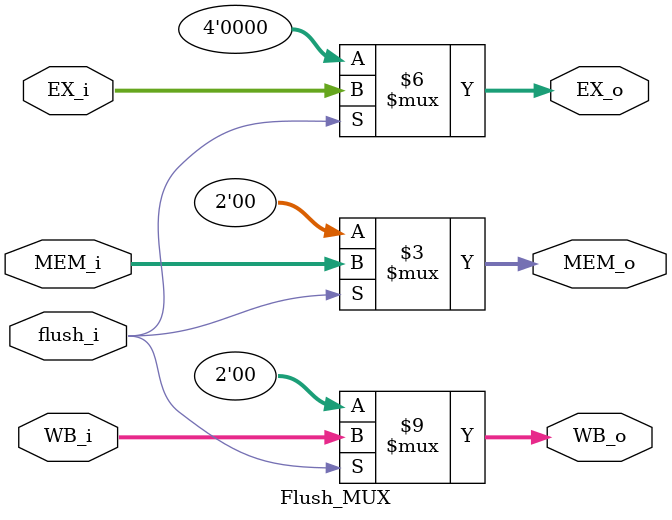
<source format=v>
/*flush_i == 1 不變
  flush_i == 0 把output都設成0 */
module Flush_MUX(
  input      [1:0]  WB_i,
  input      [3:0]  EX_i,
  input      [1:0]  MEM_i,
  input             flush_i,
  output reg [1:0]  WB_o,
  output reg [3:0]  EX_o,
  output reg [1:0]  MEM_o 
);
always@(*) begin  
  if(flush_i) begin
    WB_o = WB_i;
    EX_o = EX_i;
    MEM_o = MEM_i;
  end
  else begin
    WB_o = 2'd0;
    EX_o = 3'd0;
    MEM_o = 2'd0;
  end
end


endmodule

</source>
